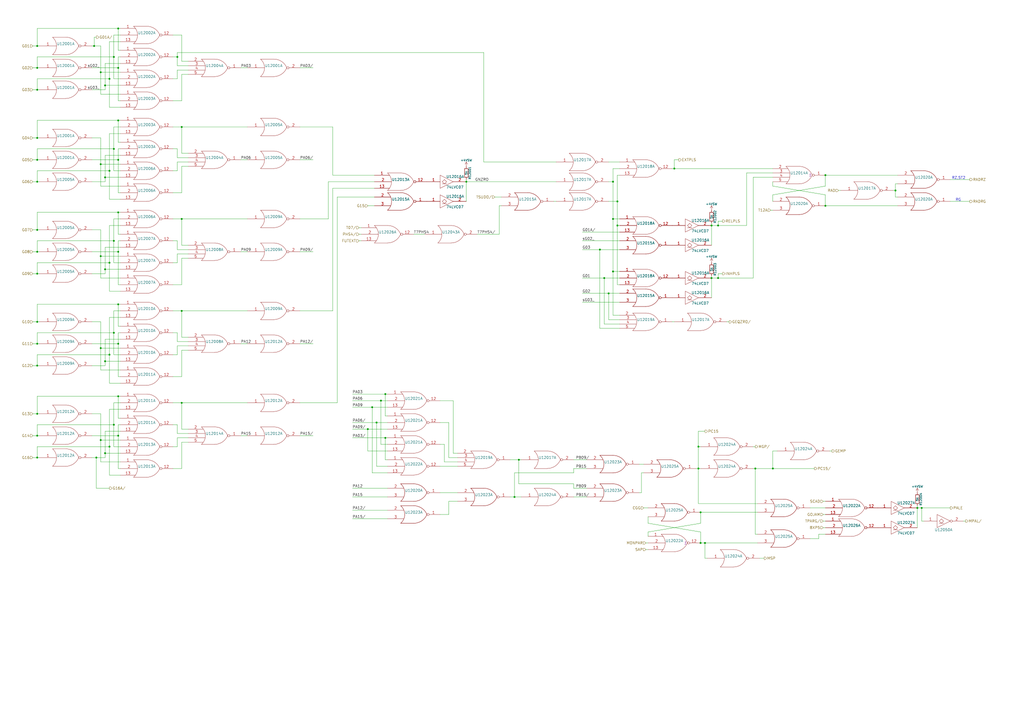
<source format=kicad_sch>
(kicad_sch (version 20211123) (generator eeschema)
  (paper "A2")
  (junction (at 223.52 254))
  (junction (at 66.04 139.7))
  (junction (at 532.13 294.64))
  (junction (at 412.75 130.81))
  (junction (at 105.41 127))
  (junction (at 355.6 127))
  (junction (at 448.31 271.78))
  (junction (at 21.59 240.03))
  (junction (at 63.5 45.72))
  (junction (at 68.58 199.39))
  (junction (at 353.06 170.18))
  (junction (at 21.59 186.69))
  (junction (at 58.42 201.93))
  (junction (at 519.43 110.49))
  (junction (at 68.58 39.37))
  (junction (at 102.87 33.02))
  (junction (at 534.67 294.64))
  (junction (at 68.58 123.19))
  (junction (at 21.59 133.35))
  (junction (at 220.98 232.41))
  (junction (at 68.58 92.71))
  (junction (at 405.13 259.08))
  (junction (at 21.59 252.73))
  (junction (at 270.51 105.41))
  (junction (at 66.04 246.38))
  (junction (at 60.96 102.87))
  (junction (at 68.58 176.53))
  (junction (at 63.5 259.08))
  (junction (at 66.04 33.02))
  (junction (at 60.96 209.55))
  (junction (at 55.88 265.43))
  (junction (at 21.59 39.37))
  (junction (at 21.59 212.09))
  (junction (at 218.44 245.11))
  (junction (at 406.4 314.96))
  (junction (at 54.61 26.67))
  (junction (at 66.04 86.36))
  (junction (at 21.59 92.71))
  (junction (at 213.36 248.92))
  (junction (at 350.52 161.29))
  (junction (at 60.96 49.53))
  (junction (at 21.59 146.05))
  (junction (at 105.41 180.34))
  (junction (at 63.5 152.4))
  (junction (at 355.6 105.41))
  (junction (at 63.5 205.74))
  (junction (at 412.75 161.29))
  (junction (at 478.79 119.38))
  (junction (at 438.15 271.78))
  (junction (at 60.96 262.89))
  (junction (at 21.59 80.01))
  (junction (at 358.14 116.84))
  (junction (at 68.58 146.05))
  (junction (at 68.58 229.87))
  (junction (at 215.9 236.22))
  (junction (at 105.41 73.66))
  (junction (at 298.45 288.29))
  (junction (at 63.5 99.06))
  (junction (at 355.6 157.48))
  (junction (at 478.79 101.6))
  (junction (at 391.16 97.79))
  (junction (at 416.56 130.81))
  (junction (at 405.13 271.78))
  (junction (at 68.58 69.85))
  (junction (at 406.4 297.18))
  (junction (at 58.42 255.27))
  (junction (at 21.59 158.75))
  (junction (at 21.59 52.07))
  (junction (at 60.96 156.21))
  (junction (at 223.52 228.6))
  (junction (at 408.94 314.96))
  (junction (at 68.58 252.73))
  (junction (at 58.42 41.91))
  (junction (at 21.59 199.39))
  (junction (at 21.59 265.43))
  (junction (at 58.42 148.59))
  (junction (at 58.42 95.25))
  (junction (at 347.98 144.78))
  (junction (at 66.04 193.04))
  (junction (at 21.59 105.41))
  (junction (at 21.59 26.67))
  (junction (at 105.41 233.68))
  (junction (at 300.99 266.7))
  (junction (at 358.14 130.81))
  (junction (at 68.58 16.51))
  (junction (at 416.56 161.29))
  (wire (pts (xy 66.04 139.7) (xy 66.04 152.4)))
  (wire (pts (xy 68.58 86.36) (xy 69.85 86.36)))
  (wire (pts (xy 19.05 212.09) (xy 21.59 212.09)))
  (wire (pts (xy 68.58 246.38) (xy 68.58 252.73)))
  (wire (pts (xy 54.61 26.67) (xy 58.42 26.67)))
  (wire (pts (xy 58.42 41.91) (xy 58.42 54.61)))
  (wire (pts (xy 433.07 130.81) (xy 433.07 100.33)))
  (wire (pts (xy 223.52 254) (xy 223.52 266.7)))
  (wire (pts (xy 100.33 218.44) (xy 105.41 218.44)))
  (wire (pts (xy 102.87 93.98) (xy 109.22 93.98)))
  (wire (pts (xy 60.96 143.51) (xy 69.85 143.51)))
  (wire (pts (xy 405.13 250.19) (xy 405.13 259.08)))
  (wire (pts (xy 55.88 265.43) (xy 53.34 265.43)))
  (wire (pts (xy 519.43 114.3) (xy 520.7 114.3)))
  (wire (pts (xy 102.87 251.46) (xy 109.22 251.46)))
  (wire (pts (xy 60.96 105.41) (xy 53.34 105.41)))
  (wire (pts (xy 68.58 92.71) (xy 68.58 111.76)))
  (wire (pts (xy 58.42 240.03) (xy 58.42 255.27)))
  (wire (pts (xy 478.79 290.83) (xy 477.52 290.83)))
  (wire (pts (xy 478.79 298.45) (xy 477.52 298.45)))
  (wire (pts (xy 280.67 93.98) (xy 322.58 93.98)))
  (wire (pts (xy 21.59 265.43) (xy 21.59 259.08)))
  (wire (pts (xy 21.59 16.51) (xy 68.58 16.51)))
  (wire (pts (xy 102.87 193.04) (xy 102.87 198.12)))
  (wire (pts (xy 68.58 69.85) (xy 69.85 69.85)))
  (wire (pts (xy 173.99 233.68) (xy 195.58 233.68)))
  (wire (pts (xy 373.38 269.24) (xy 370.84 269.24)))
  (wire (pts (xy 68.58 189.23) (xy 69.85 189.23)))
  (wire (pts (xy 54.61 26.67) (xy 54.61 21.59)))
  (wire (pts (xy 21.59 246.38) (xy 66.04 246.38)))
  (wire (pts (xy 408.94 314.96) (xy 408.94 323.85)))
  (wire (pts (xy 481.33 261.62) (xy 482.6 261.62)))
  (wire (pts (xy 60.96 102.87) (xy 60.96 105.41)))
  (wire (pts (xy 298.45 274.32) (xy 332.74 274.32)))
  (wire (pts (xy 436.88 102.87) (xy 448.31 102.87)))
  (wire (pts (xy 337.82 161.29) (xy 350.52 161.29)))
  (wire (pts (xy 66.04 20.32) (xy 66.04 33.02)))
  (wire (pts (xy 21.59 133.35) (xy 21.59 123.19)))
  (wire (pts (xy 63.5 237.49) (xy 69.85 237.49)))
  (wire (pts (xy 448.31 107.95) (xy 448.31 105.41)))
  (wire (pts (xy 68.58 165.1) (xy 69.85 165.1)))
  (wire (pts (xy 372.11 274.32) (xy 373.38 274.32)))
  (wire (pts (xy 100.33 193.04) (xy 102.87 193.04)))
  (wire (pts (xy 193.04 109.22) (xy 217.17 109.22)))
  (wire (pts (xy 69.85 201.93) (xy 58.42 201.93)))
  (wire (pts (xy 54.61 21.59) (xy 55.88 21.59)))
  (wire (pts (xy 436.88 161.29) (xy 436.88 102.87)))
  (wire (pts (xy 21.59 99.06) (xy 63.5 99.06)))
  (wire (pts (xy 389.89 186.69) (xy 391.16 186.69)))
  (wire (pts (xy 102.87 45.72) (xy 102.87 40.64)))
  (wire (pts (xy 66.04 20.32) (xy 69.85 20.32)))
  (wire (pts (xy 102.87 147.32) (xy 109.22 147.32)))
  (wire (pts (xy 213.36 248.92) (xy 224.79 248.92)))
  (wire (pts (xy 69.85 95.25) (xy 58.42 95.25)))
  (wire (pts (xy 391.16 92.71) (xy 393.7 92.71)))
  (wire (pts (xy 139.7 199.39) (xy 143.51 199.39)))
  (wire (pts (xy 66.04 86.36) (xy 66.04 99.06)))
  (wire (pts (xy 60.96 262.89) (xy 69.85 262.89)))
  (wire (pts (xy 474.98 312.42) (xy 474.98 309.88)))
  (wire (pts (xy 405.13 292.1) (xy 439.42 292.1)))
  (wire (pts (xy 66.04 233.68) (xy 69.85 233.68)))
  (wire (pts (xy 478.79 113.03) (xy 448.31 107.95)))
  (wire (pts (xy 220.98 232.41) (xy 224.79 232.41)))
  (wire (pts (xy 102.87 254) (xy 109.22 254)))
  (wire (pts (xy 66.04 180.34) (xy 69.85 180.34)))
  (wire (pts (xy 270.51 104.14) (xy 270.51 105.41)))
  (wire (pts (xy 105.41 271.78) (xy 105.41 256.54)))
  (wire (pts (xy 359.41 134.62) (xy 337.82 134.62)))
  (wire (pts (xy 105.41 256.54) (xy 109.22 256.54)))
  (wire (pts (xy 534.67 302.26) (xy 535.94 302.26)))
  (wire (pts (xy 100.33 165.1) (xy 105.41 165.1)))
  (wire (pts (xy 412.75 161.29) (xy 416.56 161.29)))
  (wire (pts (xy 53.34 92.71) (xy 68.58 92.71)))
  (wire (pts (xy 100.33 205.74) (xy 102.87 205.74)))
  (wire (pts (xy 558.8 302.26) (xy 560.07 302.26)))
  (wire (pts (xy 21.59 158.75) (xy 22.86 158.75)))
  (wire (pts (xy 60.96 49.53) (xy 60.96 52.07)))
  (wire (pts (xy 105.41 218.44) (xy 105.41 203.2)))
  (wire (pts (xy 63.5 259.08) (xy 63.5 275.59)))
  (wire (pts (xy 519.43 110.49) (xy 519.43 114.3)))
  (wire (pts (xy 223.52 241.3) (xy 224.79 241.3)))
  (wire (pts (xy 66.04 233.68) (xy 66.04 246.38)))
  (wire (pts (xy 100.33 33.02) (xy 102.87 33.02)))
  (wire (pts (xy 53.34 133.35) (xy 58.42 133.35)))
  (wire (pts (xy 21.59 139.7) (xy 66.04 139.7)))
  (wire (pts (xy 195.58 114.3) (xy 217.17 114.3)))
  (wire (pts (xy 63.5 99.06) (xy 63.5 115.57)))
  (wire (pts (xy 21.59 52.07) (xy 22.86 52.07)))
  (wire (pts (xy 375.92 314.96) (xy 374.65 314.96)))
  (wire (pts (xy 412.75 160.02) (xy 412.75 161.29)))
  (wire (pts (xy 21.59 52.07) (xy 21.59 45.72)))
  (wire (pts (xy 448.31 271.78) (xy 448.31 261.62)))
  (wire (pts (xy 105.41 73.66) (xy 143.51 73.66)))
  (wire (pts (xy 389.89 97.79) (xy 391.16 97.79)))
  (wire (pts (xy 68.58 139.7) (xy 68.58 146.05)))
  (wire (pts (xy 21.59 80.01) (xy 21.59 69.85)))
  (wire (pts (xy 173.99 127) (xy 190.5 127)))
  (wire (pts (xy 332.74 274.32) (xy 332.74 271.78)))
  (wire (pts (xy 21.59 146.05) (xy 22.86 146.05)))
  (wire (pts (xy 355.6 182.88) (xy 359.41 182.88)))
  (wire (pts (xy 355.6 97.79) (xy 355.6 105.41)))
  (wire (pts (xy 68.58 218.44) (xy 69.85 218.44)))
  (wire (pts (xy 66.04 259.08) (xy 69.85 259.08)))
  (wire (pts (xy 255.27 232.41) (xy 262.89 232.41)))
  (wire (pts (xy 53.34 240.03) (xy 58.42 240.03)))
  (wire (pts (xy 257.81 257.81) (xy 257.81 267.97)))
  (wire (pts (xy 68.58 16.51) (xy 68.58 29.21)))
  (wire (pts (xy 21.59 92.71) (xy 21.59 86.36)))
  (wire (pts (xy 139.7 252.73) (xy 143.51 252.73)))
  (wire (pts (xy 63.5 237.49) (xy 63.5 259.08)))
  (wire (pts (xy 102.87 91.44) (xy 109.22 91.44)))
  (wire (pts (xy 66.04 73.66) (xy 66.04 86.36)))
  (wire (pts (xy 21.59 186.69) (xy 22.86 186.69)))
  (wire (pts (xy 21.59 105.41) (xy 21.59 99.06)))
  (wire (pts (xy 412.75 129.54) (xy 412.75 130.81)))
  (wire (pts (xy 102.87 205.74) (xy 102.87 200.66)))
  (wire (pts (xy 19.05 252.73) (xy 21.59 252.73)))
  (wire (pts (xy 353.06 170.18) (xy 359.41 170.18)))
  (wire (pts (xy 405.13 259.08) (xy 405.13 271.78)))
  (wire (pts (xy 204.47 236.22) (xy 215.9 236.22)))
  (wire (pts (xy 19.05 186.69) (xy 21.59 186.69)))
  (wire (pts (xy 260.35 265.43) (xy 265.43 265.43)))
  (wire (pts (xy 21.59 45.72) (xy 63.5 45.72)))
  (wire (pts (xy 21.59 123.19) (xy 68.58 123.19)))
  (wire (pts (xy 60.96 90.17) (xy 69.85 90.17)))
  (wire (pts (xy 181.61 92.71) (xy 173.99 92.71)))
  (wire (pts (xy 416.56 161.29) (xy 416.56 158.75)))
  (wire (pts (xy 532.13 293.37) (xy 532.13 294.64)))
  (wire (pts (xy 551.18 116.84) (xy 562.61 116.84)))
  (wire (pts (xy 63.5 205.74) (xy 63.5 222.25)))
  (wire (pts (xy 100.33 127) (xy 105.41 127)))
  (wire (pts (xy 204.47 248.92) (xy 213.36 248.92)))
  (wire (pts (xy 358.14 116.84) (xy 353.06 116.84)))
  (wire (pts (xy 21.59 199.39) (xy 22.86 199.39)))
  (wire (pts (xy 347.98 144.78) (xy 359.41 144.78)))
  (wire (pts (xy 105.41 165.1) (xy 105.41 149.86)))
  (wire (pts (xy 63.5 184.15) (xy 69.85 184.15)))
  (wire (pts (xy 105.41 149.86) (xy 109.22 149.86)))
  (wire (pts (xy 68.58 123.19) (xy 69.85 123.19)))
  (wire (pts (xy 408.94 314.96) (xy 439.42 314.96)))
  (wire (pts (xy 350.52 161.29) (xy 359.41 161.29)))
  (wire (pts (xy 63.5 45.72) (xy 63.5 62.23)))
  (wire (pts (xy 19.05 52.07) (xy 21.59 52.07)))
  (wire (pts (xy 220.98 232.41) (xy 220.98 257.81)))
  (wire (pts (xy 295.91 288.29) (xy 298.45 288.29)))
  (wire (pts (xy 63.5 222.25) (xy 69.85 222.25)))
  (wire (pts (xy 262.89 262.89) (xy 265.43 262.89)))
  (wire (pts (xy 102.87 38.1) (xy 109.22 38.1)))
  (wire (pts (xy 416.56 158.75) (xy 419.1 158.75)))
  (wire (pts (xy 209.55 132.08) (xy 208.28 132.08)))
  (wire (pts (xy 265.43 270.51) (xy 255.27 270.51)))
  (wire (pts (xy 58.42 267.97) (xy 69.85 267.97)))
  (wire (pts (xy 204.47 232.41) (xy 220.98 232.41)))
  (wire (pts (xy 53.34 146.05) (xy 68.58 146.05)))
  (wire (pts (xy 102.87 139.7) (xy 102.87 144.78)))
  (wire (pts (xy 105.41 142.24) (xy 109.22 142.24)))
  (wire (pts (xy 337.82 170.18) (xy 353.06 170.18)))
  (wire (pts (xy 190.5 105.41) (xy 217.17 105.41)))
  (wire (pts (xy 53.34 199.39) (xy 68.58 199.39)))
  (wire (pts (xy 66.04 246.38) (xy 66.04 259.08)))
  (wire (pts (xy 478.79 119.38) (xy 478.79 113.03)))
  (wire (pts (xy 68.58 229.87) (xy 68.58 242.57)))
  (wire (pts (xy 350.52 187.96) (xy 359.41 187.96)))
  (wire (pts (xy 21.59 205.74) (xy 63.5 205.74)))
  (wire (pts (xy 102.87 200.66) (xy 109.22 200.66)))
  (wire (pts (xy 474.98 309.88) (xy 478.79 309.88)))
  (wire (pts (xy 257.81 267.97) (xy 265.43 267.97)))
  (wire (pts (xy 255.27 245.11) (xy 260.35 245.11)))
  (wire (pts (xy 105.41 248.92) (xy 109.22 248.92)))
  (wire (pts (xy 21.59 86.36) (xy 66.04 86.36)))
  (wire (pts (xy 353.06 93.98) (xy 359.41 93.98)))
  (wire (pts (xy 66.04 127) (xy 69.85 127)))
  (wire (pts (xy 448.31 113.03) (xy 448.31 116.84)))
  (wire (pts (xy 63.5 77.47) (xy 69.85 77.47)))
  (wire (pts (xy 218.44 245.11) (xy 224.79 245.11)))
  (wire (pts (xy 181.61 252.73) (xy 173.99 252.73)))
  (wire (pts (xy 21.59 240.03) (xy 21.59 229.87)))
  (wire (pts (xy 173.99 73.66) (xy 193.04 73.66)))
  (wire (pts (xy 100.33 152.4) (xy 102.87 152.4)))
  (wire (pts (xy 60.96 158.75) (xy 53.34 158.75)))
  (wire (pts (xy 63.5 152.4) (xy 63.5 168.91)))
  (wire (pts (xy 58.42 201.93) (xy 58.42 214.63)))
  (wire (pts (xy 58.42 214.63) (xy 69.85 214.63)))
  (wire (pts (xy 68.58 193.04) (xy 69.85 193.04)))
  (wire (pts (xy 193.04 180.34) (xy 193.04 109.22)))
  (wire (pts (xy 204.47 228.6) (xy 223.52 228.6)))
  (wire (pts (xy 105.41 88.9) (xy 109.22 88.9)))
  (wire (pts (xy 68.58 33.02) (xy 68.58 39.37)))
  (wire (pts (xy 173.99 180.34) (xy 193.04 180.34)))
  (wire (pts (xy 100.33 259.08) (xy 102.87 259.08)))
  (wire (pts (xy 68.58 123.19) (xy 68.58 135.89)))
  (wire (pts (xy 370.84 285.75) (xy 372.11 285.75)))
  (wire (pts (xy 60.96 212.09) (xy 53.34 212.09)))
  (wire (pts (xy 355.6 127) (xy 355.6 157.48)))
  (wire (pts (xy 190.5 127) (xy 190.5 105.41)))
  (wire (pts (xy 68.58 229.87) (xy 69.85 229.87)))
  (wire (pts (xy 438.15 271.78) (xy 448.31 271.78)))
  (wire (pts (xy 100.33 139.7) (xy 102.87 139.7)))
  (wire (pts (xy 358.14 130.81) (xy 359.41 130.81)))
  (wire (pts (xy 551.18 104.14) (xy 562.61 104.14)))
  (wire (pts (xy 355.6 105.41) (xy 355.6 127)))
  (wire (pts (xy 139.7 146.05) (xy 143.51 146.05)))
  (wire (pts (xy 102.87 86.36) (xy 102.87 91.44)))
  (wire (pts (xy 255.27 257.81) (xy 257.81 257.81)))
  (wire (pts (xy 21.59 176.53) (xy 68.58 176.53)))
  (wire (pts (xy 519.43 106.68) (xy 520.7 106.68)))
  (wire (pts (xy 102.87 144.78) (xy 109.22 144.78)))
  (wire (pts (xy 218.44 245.11) (xy 218.44 270.51)))
  (wire (pts (xy 21.59 39.37) (xy 22.86 39.37)))
  (wire (pts (xy 105.41 180.34) (xy 143.51 180.34)))
  (wire (pts (xy 358.14 165.1) (xy 359.41 165.1)))
  (wire (pts (xy 416.56 130.81) (xy 433.07 130.81)))
  (wire (pts (xy 403.86 271.78) (xy 405.13 271.78)))
  (wire (pts (xy 375.92 308.61) (xy 375.92 311.15)))
  (wire (pts (xy 391.16 97.79) (xy 448.31 97.79)))
  (wire (pts (xy 262.89 232.41) (xy 262.89 262.89)))
  (wire (pts (xy 406.4 314.96) (xy 406.4 308.61)))
  (wire (pts (xy 532.13 294.64) (xy 534.67 294.64)))
  (wire (pts (xy 68.58 146.05) (xy 68.58 165.1)))
  (wire (pts (xy 102.87 99.06) (xy 102.87 93.98)))
  (wire (pts (xy 534.67 294.64) (xy 551.18 294.64)))
  (wire (pts (xy 478.79 101.6) (xy 520.7 101.6)))
  (wire (pts (xy 448.31 121.92) (xy 447.04 121.92)))
  (wire (pts (xy 353.06 185.42) (xy 359.41 185.42)))
  (wire (pts (xy 60.96 250.19) (xy 69.85 250.19)))
  (wire (pts (xy 298.45 274.32) (xy 298.45 288.29)))
  (wire (pts (xy 105.41 127) (xy 105.41 142.24)))
  (wire (pts (xy 63.5 168.91) (xy 69.85 168.91)))
  (wire (pts (xy 60.96 102.87) (xy 69.85 102.87)))
  (wire (pts (xy 223.52 266.7) (xy 224.79 266.7)))
  (wire (pts (xy 58.42 161.29) (xy 69.85 161.29)))
  (wire (pts (xy 68.58 16.51) (xy 69.85 16.51)))
  (wire (pts (xy 289.56 119.38) (xy 289.56 135.89)))
  (wire (pts (xy 66.04 33.02) (xy 66.04 45.72)))
  (wire (pts (xy 68.58 252.73) (xy 68.58 271.78)))
  (wire (pts (xy 358.14 116.84) (xy 358.14 130.81)))
  (wire (pts (xy 21.59 92.71) (xy 22.86 92.71)))
  (wire (pts (xy 448.31 271.78) (xy 472.44 271.78)))
  (wire (pts (xy 105.41 233.68) (xy 105.41 248.92)))
  (wire (pts (xy 21.59 146.05) (xy 21.59 139.7)))
  (wire (pts (xy 372.11 285.75) (xy 372.11 274.32)))
  (wire (pts (xy 21.59 265.43) (xy 22.86 265.43)))
  (wire (pts (xy 100.33 111.76) (xy 105.41 111.76)))
  (wire (pts (xy 100.33 45.72) (xy 102.87 45.72)))
  (wire (pts (xy 63.5 130.81) (xy 63.5 152.4)))
  (wire (pts (xy 406.4 314.96) (xy 408.94 314.96)))
  (wire (pts (xy 469.9 312.42) (xy 474.98 312.42)))
  (wire (pts (xy 298.45 288.29) (xy 302.26 288.29)))
  (wire (pts (xy 60.96 196.85) (xy 60.96 209.55)))
  (wire (pts (xy 63.5 24.13) (xy 69.85 24.13)))
  (wire (pts (xy 355.6 97.79) (xy 359.41 97.79)))
  (wire (pts (xy 353.06 105.41) (xy 355.6 105.41)))
  (wire (pts (xy 60.96 156.21) (xy 69.85 156.21)))
  (wire (pts (xy 105.41 127) (xy 143.51 127)))
  (wire (pts (xy 105.41 111.76) (xy 105.41 96.52)))
  (wire (pts (xy 332.74 271.78) (xy 340.36 271.78)))
  (wire (pts (xy 21.59 240.03) (xy 22.86 240.03)))
  (wire (pts (xy 204.47 245.11) (xy 218.44 245.11)))
  (wire (pts (xy 63.5 184.15) (xy 63.5 205.74)))
  (wire (pts (xy 21.59 152.4) (xy 63.5 152.4)))
  (wire (pts (xy 21.59 252.73) (xy 22.86 252.73)))
  (wire (pts (xy 139.7 92.71) (xy 143.51 92.71)))
  (wire (pts (xy 332.74 283.21) (xy 340.36 283.21)))
  (wire (pts (xy 412.75 130.81) (xy 416.56 130.81)))
  (wire (pts (xy 21.59 186.69) (xy 21.59 176.53)))
  (wire (pts (xy 58.42 80.01) (xy 58.42 95.25)))
  (wire (pts (xy 60.96 36.83) (xy 69.85 36.83)))
  (wire (pts (xy 220.98 257.81) (xy 224.79 257.81)))
  (wire (pts (xy 60.96 143.51) (xy 60.96 156.21)))
  (wire (pts (xy 181.61 199.39) (xy 173.99 199.39)))
  (wire (pts (xy 448.31 261.62) (xy 450.85 261.62)))
  (wire (pts (xy 260.35 245.11) (xy 260.35 265.43)))
  (wire (pts (xy 223.52 228.6) (xy 223.52 241.3)))
  (wire (pts (xy 58.42 133.35) (xy 58.42 148.59)))
  (wire (pts (xy 60.96 52.07) (xy 53.34 52.07)))
  (wire (pts (xy 534.67 302.26) (xy 534.67 294.64)))
  (wire (pts (xy 66.04 127) (xy 66.04 139.7)))
  (wire (pts (xy 105.41 203.2) (xy 109.22 203.2)))
  (wire (pts (xy 213.36 248.92) (xy 213.36 261.62)))
  (wire (pts (xy 21.59 229.87) (xy 68.58 229.87)))
  (wire (pts (xy 405.13 271.78) (xy 406.4 271.78)))
  (wire (pts (xy 69.85 255.27) (xy 58.42 255.27)))
  (wire (pts (xy 438.15 259.08) (xy 436.88 259.08)))
  (wire (pts (xy 478.79 302.26) (xy 477.52 302.26)))
  (wire (pts (xy 19.05 39.37) (xy 21.59 39.37)))
  (wire (pts (xy 63.5 77.47) (xy 63.5 99.06)))
  (wire (pts (xy 66.04 193.04) (xy 66.04 205.74)))
  (wire (pts (xy 21.59 26.67) (xy 22.86 26.67)))
  (wire (pts (xy 58.42 148.59) (xy 58.42 161.29)))
  (wire (pts (xy 223.52 228.6) (xy 224.79 228.6)))
  (wire (pts (xy 60.96 262.89) (xy 60.96 265.43)))
  (wire (pts (xy 100.33 86.36) (xy 102.87 86.36)))
  (wire (pts (xy 53.34 80.01) (xy 58.42 80.01)))
  (wire (pts (xy 60.96 156.21) (xy 60.96 158.75)))
  (wire (pts (xy 193.04 73.66) (xy 193.04 101.6)))
  (wire (pts (xy 100.33 58.42) (xy 105.41 58.42)))
  (wire (pts (xy 60.96 90.17) (xy 60.96 102.87)))
  (wire (pts (xy 359.41 175.26) (xy 337.82 175.26)))
  (wire (pts (xy 68.58 199.39) (xy 68.58 218.44)))
  (wire (pts (xy 208.28 135.89) (xy 209.55 135.89)))
  (wire (pts (xy 55.88 265.43) (xy 55.88 283.21)))
  (wire (pts (xy 69.85 41.91) (xy 58.42 41.91)))
  (wire (pts (xy 68.58 176.53) (xy 69.85 176.53)))
  (wire (pts (xy 58.42 95.25) (xy 58.42 107.95)))
  (wire (pts (xy 215.9 236.22) (xy 215.9 274.32)))
  (wire (pts (xy 359.41 139.7) (xy 337.82 139.7)))
  (wire (pts (xy 102.87 152.4) (xy 102.87 147.32)))
  (wire (pts (xy 300.99 266.7) (xy 300.99 280.67)))
  (wire (pts (xy 532.13 294.64) (xy 532.13 306.07)))
  (wire (pts (xy 58.42 26.67) (xy 58.42 41.91)))
  (wire (pts (xy 63.5 62.23) (xy 69.85 62.23)))
  (wire (pts (xy 21.59 212.09) (xy 21.59 205.74)))
  (wire (pts (xy 68.58 139.7) (xy 69.85 139.7)))
  (wire (pts (xy 270.51 105.41) (xy 270.51 116.84)))
  (wire (pts (xy 408.94 250.19) (xy 405.13 250.19)))
  (wire (pts (xy 53.34 186.69) (xy 58.42 186.69)))
  (wire (pts (xy 66.04 205.74) (xy 69.85 205.74)))
  (wire (pts (xy 358.14 130.81) (xy 358.14 165.1)))
  (wire (pts (xy 60.96 250.19) (xy 60.96 262.89)))
  (wire (pts (xy 375.92 318.77) (xy 374.65 318.77)))
  (wire (pts (xy 100.33 99.06) (xy 102.87 99.06)))
  (wire (pts (xy 68.58 176.53) (xy 68.58 189.23)))
  (wire (pts (xy 223.52 254) (xy 224.79 254)))
  (wire (pts (xy 21.59 199.39) (xy 21.59 193.04)))
  (wire (pts (xy 55.88 283.21) (xy 63.5 283.21)))
  (wire (pts (xy 408.94 323.85) (xy 410.21 323.85)))
  (wire (pts (xy 63.5 24.13) (xy 63.5 45.72)))
  (wire (pts (xy 53.34 252.73) (xy 68.58 252.73)))
  (wire (pts (xy 295.91 266.7) (xy 300.99 266.7)))
  (wire (pts (xy 100.33 233.68) (xy 105.41 233.68)))
  (wire (pts (xy 19.05 158.75) (xy 21.59 158.75)))
  (wire (pts (xy 224.79 283.21) (xy 204.47 283.21)))
  (wire (pts (xy 375.92 303.53) (xy 375.92 299.72)))
  (wire (pts (xy 438.15 271.78) (xy 438.15 309.88)))
  (wire (pts (xy 193.04 101.6) (xy 217.17 101.6)))
  (wire (pts (xy 416.56 161.29) (xy 436.88 161.29)))
  (wire (pts (xy 255.27 298.45) (xy 260.35 298.45)))
  (wire (pts (xy 68.58 135.89) (xy 69.85 135.89)))
  (wire (pts (xy 487.68 110.49) (xy 486.41 110.49)))
  (wire (pts (xy 290.83 119.38) (xy 289.56 119.38)))
  (wire (pts (xy 478.79 119.38) (xy 520.7 119.38)))
  (wire (pts (xy 102.87 33.02) (xy 102.87 38.1)))
  (wire (pts (xy 58.42 255.27) (xy 58.42 267.97)))
  (wire (pts (xy 68.58 193.04) (xy 68.58 199.39)))
  (wire (pts (xy 181.61 146.05) (xy 173.99 146.05)))
  (wire (pts (xy 224.79 300.99) (xy 204.47 300.99)))
  (wire (pts (xy 105.41 58.42) (xy 105.41 43.18)))
  (wire (pts (xy 195.58 233.68) (xy 195.58 114.3)))
  (wire (pts (xy 66.04 45.72) (xy 69.85 45.72)))
  (wire (pts (xy 105.41 180.34) (xy 105.41 195.58)))
  (wire (pts (xy 209.55 139.7) (xy 208.28 139.7)))
  (wire (pts (xy 440.69 323.85) (xy 443.23 323.85)))
  (wire (pts (xy 519.43 106.68) (xy 519.43 110.49)))
  (wire (pts (xy 300.99 280.67) (xy 332.74 280.67)))
  (wire (pts (xy 406.4 297.18) (xy 439.42 297.18)))
  (wire (pts (xy 350.52 161.29) (xy 350.52 187.96)))
  (wire (pts (xy 359.41 101.6) (xy 358.14 101.6)))
  (wire (pts (xy 68.58 246.38) (xy 69.85 246.38)))
  (wire (pts (xy 100.33 246.38) (xy 102.87 246.38)))
  (wire (pts (xy 19.05 240.03) (xy 21.59 240.03)))
  (wire (pts (xy 224.79 295.91) (xy 204.47 295.91)))
  (wire (pts (xy 66.04 180.34) (xy 66.04 193.04)))
  (wire (pts (xy 240.03 135.89) (xy 246.38 135.89)))
  (wire (pts (xy 68.58 86.36) (xy 68.58 92.71)))
  (wire (pts (xy 60.96 49.53) (xy 69.85 49.53)))
  (wire (pts (xy 68.58 29.21) (xy 69.85 29.21)))
  (wire (pts (xy 21.59 39.37) (xy 21.59 33.02)))
  (wire (pts (xy 63.5 115.57) (xy 69.85 115.57)))
  (wire (pts (xy 60.96 196.85) (xy 69.85 196.85)))
  (wire (pts (xy 347.98 144.78) (xy 347.98 190.5)))
  (wire (pts (xy 105.41 96.52) (xy 109.22 96.52)))
  (wire (pts (xy 406.4 303.53) (xy 375.92 308.61)))
  (wire (pts (xy 60.96 209.55) (xy 60.96 212.09)))
  (wire (pts (xy 265.43 285.75) (xy 255.27 285.75)))
  (wire (pts (xy 58.42 54.61) (xy 69.85 54.61)))
  (wire (pts (xy 355.6 157.48) (xy 359.41 157.48)))
  (wire (pts (xy 100.33 73.66) (xy 105.41 73.66)))
  (wire (pts (xy 66.04 152.4) (xy 69.85 152.4)))
  (wire (pts (xy 53.34 26.67) (xy 54.61 26.67)))
  (wire (pts (xy 280.67 30.48) (xy 280.67 93.98)))
  (wire (pts (xy 224.79 288.29) (xy 204.47 288.29)))
  (wire (pts (xy 21.59 80.01) (xy 22.86 80.01)))
  (wire (pts (xy 260.35 298.45) (xy 260.35 290.83)))
  (wire (pts (xy 69.85 148.59) (xy 58.42 148.59)))
  (wire (pts (xy 21.59 33.02) (xy 66.04 33.02)))
  (wire (pts (xy 68.58 33.02) (xy 69.85 33.02)))
  (wire (pts (xy 68.58 271.78) (xy 69.85 271.78)))
  (wire (pts (xy 102.87 30.48) (xy 102.87 33.02)))
  (wire (pts (xy 289.56 135.89) (xy 276.86 135.89)))
  (wire (pts (xy 102.87 40.64) (xy 109.22 40.64)))
  (wire (pts (xy 139.7 39.37) (xy 143.51 39.37)))
  (wire (pts (xy 21.59 26.67) (xy 21.59 16.51)))
  (wire (pts (xy 433.07 100.33) (xy 448.31 100.33)))
  (wire (pts (xy 21.59 133.35) (xy 22.86 133.35)))
  (wire (pts (xy 270.51 105.41) (xy 322.58 105.41)))
  (wire (pts (xy 19.05 146.05) (xy 21.59 146.05)))
  (wire (pts (xy 102.87 246.38) (xy 102.87 251.46)))
  (wire (pts (xy 204.47 254) (xy 223.52 254)))
  (wire (pts (xy 422.91 186.69) (xy 421.64 186.69)))
  (wire (pts (xy 436.88 271.78) (xy 438.15 271.78)))
  (wire (pts (xy 215.9 236.22) (xy 224.79 236.22)))
  (wire (pts (xy 21.59 69.85) (xy 68.58 69.85)))
  (wire (pts (xy 105.41 73.66) (xy 105.41 88.9)))
  (wire (pts (xy 102.87 259.08) (xy 102.87 254)))
  (wire (pts (xy 21.59 105.41) (xy 22.86 105.41)))
  (wire (pts (xy 21.59 158.75) (xy 21.59 152.4)))
  (wire (pts (xy 300.99 266.7) (xy 302.26 266.7)))
  (wire (pts (xy 105.41 195.58) (xy 109.22 195.58)))
  (wire (pts (xy 68.58 39.37) (xy 68.58 58.42)))
  (wire (pts (xy 213.36 261.62) (xy 224.79 261.62)))
  (wire (pts (xy 355.6 127) (xy 359.41 127)))
  (wire (pts (xy 438.15 309.88) (xy 439.42 309.88)))
  (wire (pts (xy 68.58 82.55) (xy 69.85 82.55)))
  (wire (pts (xy 340.36 266.7) (xy 332.74 266.7)))
  (wire (pts (xy 19.05 26.67) (xy 21.59 26.67)))
  (wire (pts (xy 375.92 294.64) (xy 373.38 294.64)))
  (wire (pts (xy 66.04 99.06) (xy 69.85 99.06)))
  (wire (pts (xy 19.05 80.01) (xy 21.59 80.01)))
  (wire (pts (xy 181.61 39.37) (xy 173.99 39.37)))
  (wire (pts (xy 60.96 209.55) (xy 69.85 209.55)))
  (wire (pts (xy 321.31 116.84) (xy 322.58 116.84)))
  (wire (pts (xy 406.4 308.61) (xy 375.92 303.53)))
  (wire (pts (xy 353.06 170.18) (xy 353.06 185.42)))
  (wire (pts (xy 416.56 128.27) (xy 419.1 128.27)))
  (wire (pts (xy 19.05 92.71) (xy 21.59 92.71)))
  (wire (pts (xy 102.87 30.48) (xy 280.67 30.48)))
  (wire (pts (xy 358.14 101.6) (xy 358.14 116.84)))
  (wire (pts (xy 105.41 35.56) (xy 109.22 35.56)))
  (wire (pts (xy 68.58 111.76) (xy 69.85 111.76)))
  (wire (pts (xy 391.16 97.79) (xy 391.16 92.71)))
  (wire (pts (xy 68.58 69.85) (xy 68.58 82.55)))
  (wire (pts (xy 105.41 20.32) (xy 105.41 35.56)))
  (wire (pts (xy 412.75 130.81) (xy 412.75 142.24)))
  (wire (pts (xy 19.05 105.41) (xy 21.59 105.41)))
  (wire (pts (xy 53.34 39.37) (xy 68.58 39.37)))
  (wire (pts (xy 19.05 133.35) (xy 21.59 133.35)))
  (wire (pts (xy 478.79 101.6) (xy 478.79 107.95)))
  (wire (pts (xy 21.59 193.04) (xy 66.04 193.04)))
  (wire (pts (xy 21.59 212.09) (xy 22.86 212.09)))
  (wire (pts (xy 406.4 297.18) (xy 406.4 303.53)))
  (wire (pts (xy 218.44 270.51) (xy 224.79 270.51)))
  (wire (pts (xy 100.33 271.78) (xy 105.41 271.78)))
  (wire (pts (xy 469.9 294.64) (xy 478.79 294.64)))
  (wire (pts (xy 105.41 43.18) (xy 109.22 43.18)))
  (wire (pts (xy 63.5 130.81) (xy 69.85 130.81)))
  (wire (pts (xy 332.74 280.67) (xy 332.74 283.21)))
  (wire (pts (xy 478.79 306.07) (xy 477.52 306.07)))
  (wire (pts (xy 215.9 274.32) (xy 224.79 274.32)))
  (wire (pts (xy 19.05 199.39) (xy 21.59 199.39)))
  (wire (pts (xy 68.58 242.57) (xy 69.85 242.57)))
  (wire (pts (xy 105.41 233.68) (xy 143.51 233.68)))
  (wire (pts (xy 21.59 252.73) (xy 21.59 246.38)))
  (wire (pts (xy 287.02 114.3) (xy 290.83 114.3)))
  (wire (pts (xy 60.96 36.83) (xy 60.96 49.53)))
  (wire (pts (xy 405.13 259.08) (xy 406.4 259.08)))
  (wire (pts (xy 66.04 73.66) (xy 69.85 73.66)))
  (wire (pts (xy 518.16 110.49) (xy 519.43 110.49)))
  (wire (pts (xy 412.75 161.29) (xy 412.75 172.72)))
  (wire (pts (xy 58.42 107.95) (xy 69.85 107.95)))
  (wire (pts (xy 63.5 275.59) (xy 69.85 275.59)))
  (wire (pts (xy 100.33 20.32) (xy 105.41 20.32)))
  (wire (pts (xy 347.98 190.5) (xy 359.41 190.5)))
  (wire (pts (xy 405.13 271.78) (xy 405.13 292.1)))
  (wire (pts (xy 337.82 144.78) (xy 347.98 144.78)))
  (wire (pts (xy 332.74 288.29) (xy 340.36 288.29)))
  (wire (pts (xy 260.35 290.83) (xy 265.43 290.83)))
  (wire (pts (xy 416.56 130.81) (xy 416.56 128.27)))
  (wire (pts (xy 100.33 180.34) (xy 105.41 180.34)))
  (wire (pts (xy 68.58 58.42) (xy 69.85 58.42)))
  (wire (pts (xy 478.79 107.95) (xy 448.31 113.03)))
  (wire (pts (xy 58.42 186.69) (xy 58.42 201.93)))
  (wire (pts (xy 213.36 119.38) (xy 217.17 119.38)))
  (wire (pts (xy 355.6 157.48) (xy 355.6 182.88)))
  (wire (pts (xy 19.05 265.43) (xy 21.59 265.43)))
  (wire (pts (xy 60.96 265.43) (xy 55.88 265.43)))
  (wire (pts (xy 21.59 259.08) (xy 63.5 259.08)))
  (wire (pts (xy 102.87 198.12) (xy 109.22 198.12)))
  (text "RZ,ST2" (at 560.07 104.14 180) (effects (font (size 1.524 1.524)) (justify right bottom)))
  (text "RG" (at 557.53 116.84 180) (effects (font (size 1.524 1.524)) (justify right bottom)))
  (label "PA15" (at 204.47 288.29 0) (effects (font (size 1.524 1.524))))
  (label "sG02_" (at 57.785 39.37 180) (effects (font (size 1.524 1.524))))
  (label "PA03" (at 204.47 228.6 0) (effects (font (size 1.524 1.524))))
  (label "PA15/" (at 204.47 300.99 0) (effects (font (size 1.524 1.524))))
  (label "G02" (at 337.82 170.18 0) (effects (font (size 1.524 1.524))))
  (label "PA06/" (at 204.47 245.11 0) (effects (font (size 1.524 1.524))))
  (label "PA09" (at 139.7 146.05 0) (effects (font (size 1.524 1.524))))
  (label "T7PHS4" (at 240.03 135.89 0) (effects (font (size 1.524 1.524))))
  (label "T7PHS4/" (at 276.86 135.89 0) (effects (font (size 1.524 1.524))))
  (label "PA15" (at 139.7 252.73 0) (effects (font (size 1.524 1.524))))
  (label "PA15/" (at 181.61 252.73 180) (effects (font (size 1.524 1.524))))
  (label "PA03" (at 139.7 39.37 0) (effects (font (size 1.524 1.524))))
  (label "PA06/" (at 181.61 92.71 180) (effects (font (size 1.524 1.524))))
  (label "PA12/" (at 181.61 199.39 180) (effects (font (size 1.524 1.524))))
  (label "PA09/" (at 204.47 248.92 0) (effects (font (size 1.524 1.524))))
  (label "PA12" (at 139.7 199.39 0) (effects (font (size 1.524 1.524))))
  (label "PA06" (at 139.7 92.71 0) (effects (font (size 1.524 1.524))))
  (label "sG02_" (at 337.82 139.7 0) (effects (font (size 1.524 1.524))))
  (label "PA12" (at 204.47 283.21 0) (effects (font (size 1.524 1.524))))
  (label "PB15/" (at 334.01 288.29 0) (effects (font (size 1.524 1.524))))
  (label "PB09/" (at 334.01 266.7 0) (effects (font (size 1.524 1.524))))
  (label "sG03_" (at 57.785 52.07 180) (effects (font (size 1.524 1.524))))
  (label "PB09" (at 334.01 283.21 0) (effects (font (size 1.524 1.524))))
  (label "PB15" (at 334.01 271.78 0) (effects (font (size 1.524 1.524))))
  (label "GNZRO" (at 275.59 105.41 0) (effects (font (size 1.524 1.524))))
  (label "G03" (at 337.82 144.78 0) (effects (font (size 1.524 1.524))))
  (label "sG03_" (at 337.82 175.26 0) (effects (font (size 1.524 1.524))))
  (label "PA03/" (at 181.61 39.37 180) (effects (font (size 1.524 1.524))))
  (label "PA06" (at 204.47 232.41 0) (effects (font (size 1.524 1.524))))
  (label "PA12/" (at 204.47 295.91 0) (effects (font (size 1.524 1.524))))
  (label "PA03/" (at 204.47 254 0) (effects (font (size 1.524 1.524))))
  (label "G01" (at 337.82 161.29 0) (effects (font (size 1.524 1.524))))
  (label "PA09/" (at 181.61 146.05 180) (effects (font (size 1.524 1.524))))
  (label "PA09" (at 204.47 236.22 0) (effects (font (size 1.524 1.524))))
  (label "G01A/" (at 337.82 134.62 0) (effects (font (size 1.524 1.524))))
  (hierarchical_label "FUTEXT" (shape input) (at 208.28 139.7 180) (effects (font (size 1.524 1.524))))
  (hierarchical_label "PC15" (shape output) (at 408.94 250.19 0) (effects (font (size 1.524 1.524))))
  (hierarchical_label "TPARG/" (shape input) (at 477.52 302.26 180) (effects (font (size 1.524 1.524))))
  (hierarchical_label "G06" (shape input) (at 19.05 105.41 180) (effects (font (size 1.524 1.524))))
  (hierarchical_label "RADRG" (shape output) (at 562.61 116.84 0) (effects (font (size 1.524 1.524))))
  (hierarchical_label "G13" (shape input) (at 19.05 240.03 180) (effects (font (size 1.524 1.524))))
  (hierarchical_label "INHPLS" (shape output) (at 419.1 158.75 0) (effects (font (size 1.524 1.524))))
  (hierarchical_label "T07/" (shape input) (at 208.28 132.08 180) (effects (font (size 1.524 1.524))))
  (hierarchical_label "T12A" (shape input) (at 447.04 121.92 180) (effects (font (size 1.524 1.524))))
  (hierarchical_label "GEQZRO/" (shape output) (at 422.91 186.69 0) (effects (font (size 1.524 1.524))))
  (hierarchical_label "PALE" (shape output) (at 551.18 294.64 0) (effects (font (size 1.524 1.524))))
  (hierarchical_label "G16" (shape input) (at 19.05 265.43 180) (effects (font (size 1.524 1.524))))
  (hierarchical_label "EXTPLS" (shape output) (at 393.7 92.71 0) (effects (font (size 1.524 1.524))))
  (hierarchical_label "GOJAM" (shape input) (at 477.52 298.45 180) (effects (font (size 1.524 1.524))))
  (hierarchical_label "PHS4/" (shape input) (at 208.28 135.89 180) (effects (font (size 1.524 1.524))))
  (hierarchical_label "G01" (shape input) (at 19.05 26.67 180) (effects (font (size 1.524 1.524))))
  (hierarchical_label "G03" (shape input) (at 19.05 52.07 180) (effects (font (size 1.524 1.524))))
  (hierarchical_label "G14" (shape input) (at 19.05 252.73 180) (effects (font (size 1.524 1.524))))
  (hierarchical_label "RELPLS" (shape output) (at 419.1 128.27 0) (effects (font (size 1.524 1.524))))
  (hierarchical_label "SAP" (shape input) (at 374.65 318.77 180) (effects (font (size 1.524 1.524))))
  (hierarchical_label "MPAL/" (shape output) (at 560.07 302.26 0) (effects (font (size 1.524 1.524))))
  (hierarchical_label "CGG" (shape input) (at 373.38 294.64 180) (effects (font (size 1.524 1.524))))
  (hierarchical_label "RAD" (shape input) (at 486.41 110.49 180) (effects (font (size 1.524 1.524))))
  (hierarchical_label "SCAD" (shape input) (at 477.52 290.83 180) (effects (font (size 1.524 1.524))))
  (hierarchical_label "G01A/" (shape output) (at 55.88 21.59 0) (effects (font (size 1.524 1.524))))
  (hierarchical_label "G16A/" (shape output) (at 63.5 283.21 0) (effects (font (size 1.524 1.524))))
  (hierarchical_label "G11" (shape input) (at 19.05 199.39 180) (effects (font (size 1.524 1.524))))
  (hierarchical_label "MONPAR" (shape input) (at 374.65 314.96 180) (effects (font (size 1.524 1.524))))
  (hierarchical_label "G12" (shape input) (at 19.05 212.09 180) (effects (font (size 1.524 1.524))))
  (hierarchical_label "G04" (shape input) (at 19.05 80.01 180) (effects (font (size 1.524 1.524))))
  (hierarchical_label "8XP5" (shape input) (at 477.52 306.07 180) (effects (font (size 1.524 1.524))))
  (hierarchical_label "G05" (shape input) (at 19.05 92.71 180) (effects (font (size 1.524 1.524))))
  (hierarchical_label "PC15/" (shape output) (at 472.44 271.78 0) (effects (font (size 1.524 1.524))))
  (hierarchical_label "TSUDO/" (shape input) (at 287.02 114.3 180) (effects (font (size 1.524 1.524))))
  (hierarchical_label "G07" (shape input) (at 19.05 133.35 180) (effects (font (size 1.524 1.524))))
  (hierarchical_label "G02" (shape input) (at 19.05 39.37 180) (effects (font (size 1.524 1.524))))
  (hierarchical_label "MGP/" (shape output) (at 438.15 259.08 0) (effects (font (size 1.524 1.524))))
  (hierarchical_label "RADRZ" (shape output) (at 562.61 104.14 0) (effects (font (size 1.524 1.524))))
  (hierarchical_label "MSP" (shape output) (at 443.23 323.85 0) (effects (font (size 1.524 1.524))))
  (hierarchical_label "GEMP" (shape output) (at 482.6 261.62 0) (effects (font (size 1.524 1.524))))
  (hierarchical_label "G09" (shape input) (at 19.05 158.75 180) (effects (font (size 1.524 1.524))))
  (hierarchical_label "G10" (shape input) (at 19.05 186.69 180) (effects (font (size 1.524 1.524))))
  (hierarchical_label "G15" (shape input) (at 213.36 119.38 180) (effects (font (size 1.524 1.524))))
  (hierarchical_label "G08" (shape input) (at 19.05 146.05 180) (effects (font (size 1.524 1.524))))
  (symbol (lib_id "agc_kicad_components:74HC04") (at 38.1 26.67 0)
    (property "Reference" "U12001" (at 38.1 25.4 0) (effects (font (size 1.524 1.524))))
    (property "Value" "74HC04" (effects hide))
  )
  (symbol (lib_id "agc_kicad_components:74HC04") (at 38.1 39.37 0)
    (property "Reference" "U12001" (at 38.1 38.1 0) (effects (font (size 1.524 1.524))))
    (property "Value" "74HC04" (effects hide))
  )
  (symbol (lib_id "agc_kicad_components:74HC04") (at 38.1 52.07 0)
    (property "Reference" "U12001" (at 38.1 50.8 0) (effects (font (size 1.524 1.524))))
    (property "Value" "74HC04" (effects hide))
  )
  (symbol (lib_id "agc_kicad_components:74HC27") (at 85.09 20.32 0)
    (property "Reference" "U12002" (at 85.09 19.05 0) (effects (font (size 1.524 1.524))))
    (property "Value" "74HC27" (effects hide))
  )
  (symbol (lib_id "agc_kicad_components:74HC27") (at 85.09 33.02 0)
    (property "Reference" "U12002" (at 85.09 31.75 0) (effects (font (size 1.524 1.524))))
    (property "Value" "74HC27" (effects hide))
  )
  (symbol (lib_id "agc_kicad_components:74HC27") (at 85.09 45.72 0)
    (property "Reference" "U12002" (at 85.09 44.45 0) (effects (font (size 1.524 1.524))))
    (property "Value" "74HC27" (effects hide))
  )
  (symbol (lib_id "agc_kicad_components:74HC27") (at 85.09 58.42 0)
    (property "Reference" "U12003" (at 85.09 57.15 0) (effects (font (size 1.524 1.524))))
    (property "Value" "74HC27" (effects hide))
  )
  (symbol (lib_id "agc_kicad_components:74HC4002") (at 124.46 39.37 0)
    (property "Reference" "U12004" (at 124.46 38.1 0) (effects (font (size 1.524 1.524))))
    (property "Value" "74HC4002" (effects hide))
  )
  (symbol (lib_id "agc_kicad_components:74HC04") (at 158.75 39.37 0)
    (property "Reference" "U12001" (at 158.75 38.1 0) (effects (font (size 1.524 1.524))))
    (property "Value" "74HC04" (effects hide))
  )
  (symbol (lib_id "agc_kicad_components:74HC04") (at 38.1 80.01 0)
    (property "Reference" "U12001" (at 38.1 78.74 0) (effects (font (size 1.524 1.524))))
    (property "Value" "74HC04" (effects hide))
  )
  (symbol (lib_id "agc_kicad_components:74HC04") (at 38.1 92.71 0)
    (property "Reference" "U12001" (at 38.1 91.44 0) (effects (font (size 1.524 1.524))))
    (property "Value" "74HC04" (effects hide))
  )
  (symbol (lib_id "agc_kicad_components:74HC04") (at 38.1 105.41 0)
    (property "Reference" "U12005" (at 38.1 104.14 0) (effects (font (size 1.524 1.524))))
    (property "Value" "74HC04" (effects hide))
  )
  (symbol (lib_id "agc_kicad_components:74HC27") (at 85.09 73.66 0)
    (property "Reference" "U12003" (at 85.09 72.39 0) (effects (font (size 1.524 1.524))))
    (property "Value" "74HC27" (effects hide))
  )
  (symbol (lib_id "agc_kicad_components:74HC27") (at 85.09 86.36 0)
    (property "Reference" "U12003" (at 85.09 85.09 0) (effects (font (size 1.524 1.524))))
    (property "Value" "74HC27" (effects hide))
  )
  (symbol (lib_id "agc_kicad_components:74HC27") (at 85.09 99.06 0)
    (property "Reference" "U12006" (at 85.09 97.79 0) (effects (font (size 1.524 1.524))))
    (property "Value" "74HC27" (effects hide))
  )
  (symbol (lib_id "agc_kicad_components:74HC27") (at 85.09 111.76 0)
    (property "Reference" "U12006" (at 85.09 110.49 0) (effects (font (size 1.524 1.524))))
    (property "Value" "74HC27" (effects hide))
  )
  (symbol (lib_id "agc_kicad_components:74HC4002") (at 124.46 92.71 0)
    (property "Reference" "U12004" (at 124.46 91.44 0) (effects (font (size 1.524 1.524))))
    (property "Value" "74HC4002" (effects hide))
  )
  (symbol (lib_id "agc_kicad_components:74HC04") (at 158.75 92.71 0)
    (property "Reference" "U12005" (at 158.75 91.44 0) (effects (font (size 1.524 1.524))))
    (property "Value" "74HC04" (effects hide))
  )
  (symbol (lib_id "agc_kicad_components:74HC04") (at 158.75 73.66 0)
    (property "Reference" "U12005" (at 158.75 72.39 0) (effects (font (size 1.524 1.524))))
    (property "Value" "74HC04" (effects hide))
  )
  (symbol (lib_id "agc_kicad_components:74HC04") (at 38.1 133.35 0)
    (property "Reference" "U12005" (at 38.1 132.08 0) (effects (font (size 1.524 1.524))))
    (property "Value" "74HC04" (effects hide))
  )
  (symbol (lib_id "agc_kicad_components:74HC04") (at 38.1 146.05 0)
    (property "Reference" "U12005" (at 38.1 144.78 0) (effects (font (size 1.524 1.524))))
    (property "Value" "74HC04" (effects hide))
  )
  (symbol (lib_id "agc_kicad_components:74HC04") (at 38.1 158.75 0)
    (property "Reference" "U12005" (at 38.1 157.48 0) (effects (font (size 1.524 1.524))))
    (property "Value" "74HC04" (effects hide))
  )
  (symbol (lib_id "agc_kicad_components:74HC27") (at 85.09 127 0)
    (property "Reference" "U12006" (at 85.09 125.73 0) (effects (font (size 1.524 1.524))))
    (property "Value" "74HC27" (effects hide))
  )
  (symbol (lib_id "agc_kicad_components:74HC27") (at 85.09 139.7 0)
    (property "Reference" "U12007" (at 85.09 138.43 0) (effects (font (size 1.524 1.524))))
    (property "Value" "74HC27" (effects hide))
  )
  (symbol (lib_id "agc_kicad_components:74HC27") (at 85.09 152.4 0)
    (property "Reference" "U12007" (at 85.09 151.13 0) (effects (font (size 1.524 1.524))))
    (property "Value" "74HC27" (effects hide))
  )
  (symbol (lib_id "agc_kicad_components:74HC27") (at 85.09 165.1 0)
    (property "Reference" "U12007" (at 85.09 163.83 0) (effects (font (size 1.524 1.524))))
    (property "Value" "74HC27" (effects hide))
  )
  (symbol (lib_id "agc_kicad_components:74HC4002") (at 124.46 146.05 0)
    (property "Reference" "U12008" (at 124.46 144.78 0) (effects (font (size 1.524 1.524))))
    (property "Value" "74HC4002" (effects hide))
  )
  (symbol (lib_id "agc_kicad_components:74HC04") (at 158.75 146.05 0)
    (property "Reference" "U12009" (at 158.75 144.78 0) (effects (font (size 1.524 1.524))))
    (property "Value" "74HC04" (effects hide))
  )
  (symbol (lib_id "agc_kicad_components:74HC04") (at 158.75 127 0)
    (property "Reference" "U12009" (at 158.75 125.73 0) (effects (font (size 1.524 1.524))))
    (property "Value" "74HC04" (effects hide))
  )
  (symbol (lib_id "agc_kicad_components:74HC04") (at 38.1 186.69 0)
    (property "Reference" "U12009" (at 38.1 185.42 0) (effects (font (size 1.524 1.524))))
    (property "Value" "74HC04" (effects hide))
  )
  (symbol (lib_id "agc_kicad_components:74HC04") (at 38.1 199.39 0)
    (property "Reference" "U12009" (at 38.1 198.12 0) (effects (font (size 1.524 1.524))))
    (property "Value" "74HC04" (effects hide))
  )
  (symbol (lib_id "agc_kicad_components:74HC04") (at 38.1 212.09 0)
    (property "Reference" "U12009" (at 38.1 210.82 0) (effects (font (size 1.524 1.524))))
    (property "Value" "74HC04" (effects hide))
  )
  (symbol (lib_id "agc_kicad_components:74HC27") (at 85.09 180.34 0)
    (property "Reference" "U12010" (at 85.09 179.07 0) (effects (font (size 1.524 1.524))))
    (property "Value" "74HC27" (effects hide))
  )
  (symbol (lib_id "agc_kicad_components:74HC27") (at 85.09 193.04 0)
    (property "Reference" "U12010" (at 85.09 191.77 0) (effects (font (size 1.524 1.524))))
    (property "Value" "74HC27" (effects hide))
  )
  (symbol (lib_id "agc_kicad_components:74HC27") (at 85.09 205.74 0)
    (property "Reference" "U12010" (at 85.09 204.47 0) (effects (font (size 1.524 1.524))))
    (property "Value" "74HC27" (effects hide))
  )
  (symbol (lib_id "agc_kicad_components:74HC27") (at 85.09 218.44 0)
    (property "Reference" "U12011" (at 85.09 217.17 0) (effects (font (size 1.524 1.524))))
    (property "Value" "74HC27" (effects hide))
  )
  (symbol (lib_id "agc_kicad_components:74HC4002") (at 124.46 199.39 0)
    (property "Reference" "U12008" (at 124.46 198.12 0) (effects (font (size 1.524 1.524))))
    (property "Value" "74HC4002" (effects hide))
  )
  (symbol (lib_id "agc_kicad_components:74HC04") (at 158.75 199.39 0)
    (property "Reference" "U12012" (at 158.75 198.12 0) (effects (font (size 1.524 1.524))))
    (property "Value" "74HC04" (effects hide))
  )
  (symbol (lib_id "agc_kicad_components:74HC04") (at 158.75 180.34 0)
    (property "Reference" "U12009" (at 158.75 179.07 0) (effects (font (size 1.524 1.524))))
    (property "Value" "74HC04" (effects hide))
  )
  (symbol (lib_id "agc_kicad_components:74HC04") (at 38.1 240.03 0)
    (property "Reference" "U12012" (at 38.1 238.76 0) (effects (font (size 1.524 1.524))))
    (property "Value" "74HC04" (effects hide))
  )
  (symbol (lib_id "agc_kicad_components:74HC04") (at 38.1 252.73 0)
    (property "Reference" "U12012" (at 38.1 251.46 0) (effects (font (size 1.524 1.524))))
    (property "Value" "74HC04" (effects hide))
  )
  (symbol (lib_id "agc_kicad_components:74HC04") (at 38.1 265.43 0)
    (property "Reference" "U12012" (at 38.1 264.16 0) (effects (font (size 1.524 1.524))))
    (property "Value" "74HC04" (effects hide))
  )
  (symbol (lib_id "agc_kicad_components:74HC27") (at 85.09 233.68 0)
    (property "Reference" "U12011" (at 85.09 232.41 0) (effects (font (size 1.524 1.524))))
    (property "Value" "74HC27" (effects hide))
  )
  (symbol (lib_id "agc_kicad_components:74HC27") (at 85.09 246.38 0)
    (property "Reference" "U12011" (at 85.09 245.11 0) (effects (font (size 1.524 1.524))))
    (property "Value" "74HC27" (effects hide))
  )
  (symbol (lib_id "agc_kicad_components:74HC27") (at 85.09 259.08 0)
    (property "Reference" "U12013" (at 85.09 257.81 0) (effects (font (size 1.524 1.524))))
    (property "Value" "74HC27" (effects hide))
  )
  (symbol (lib_id "agc_kicad_components:74HC27") (at 85.09 271.78 0)
    (property "Reference" "U12013" (at 85.09 270.51 0) (effects (font (size 1.524 1.524))))
    (property "Value" "74HC27" (effects hide))
  )
  (symbol (lib_id "agc_kicad_components:74HC4002") (at 124.46 252.73 0)
    (property "Reference" "U12014" (at 124.46 251.46 0) (effects (font (size 1.524 1.524))))
    (property "Value" "74HC4002" (effects hide))
  )
  (symbol (lib_id "agc_kicad_components:74HC04") (at 158.75 252.73 0)
    (property "Reference" "U12012" (at 158.75 251.46 0) (effects (font (size 1.524 1.524))))
    (property "Value" "74HC04" (effects hide))
  )
  (symbol (lib_id "agc_kicad_components:74HC04") (at 158.75 233.68 0)
    (property "Reference" "U12012" (at 158.75 232.41 0) (effects (font (size 1.524 1.524))))
    (property "Value" "74HC04" (effects hide))
  )
  (symbol (lib_id "agc_kicad_components:74HC04") (at 337.82 105.41 0)
    (property "Reference" "U12017" (at 337.82 104.14 0) (effects (font (size 1.524 1.524))))
    (property "Value" "74HC04" (effects hide))
  )
  (symbol (lib_id "agc_kicad_components:74HC04") (at 337.82 93.98 0)
    (property "Reference" "U12017" (at 337.82 92.71 0) (effects (font (size 1.524 1.524))))
    (property "Value" "74HC04" (effects hide))
  )
  (symbol (lib_id "agc_kicad_components:74HC04") (at 337.82 116.84 0)
    (property "Reference" "U12017" (at 337.82 115.57 0) (effects (font (size 1.524 1.524))))
    (property "Value" "74HC04" (effects hide))
  )
  (symbol (lib_id "agc_kicad_components:74HC27") (at 374.65 97.79 0)
    (property "Reference" "U12018" (at 374.65 96.52 0) (effects (font (size 1.524 1.524))))
    (property "Value" "74HC27" (effects hide))
  )
  (symbol (lib_id "agc_kicad_components:74HC02") (at 306.07 116.84 0)
    (property "Reference" "U12015" (at 306.07 115.57 0) (effects (font (size 1.524 1.524))))
    (property "Value" "74HC02" (effects hide))
  )
  (symbol (lib_id "agc_kicad_components:74HC4002") (at 463.55 101.6 0)
    (property "Reference" "U12014" (at 463.55 100.33 0) (effects (font (size 1.524 1.524))))
    (property "Value" "74HC4002" (effects hide))
    (property "Initial" "1" (at 469.9 101.6 0) (effects (font (size 1.524 1.524) italic)))
  )
  (symbol (lib_id "agc_kicad_components:74HC27") (at 374.65 130.81 0)
    (property "Reference" "U12018" (at 374.65 129.54 0) (effects (font (size 1.524 1.524))))
    (property "Value" "74HC27" (effects hide))
  )
  (symbol (lib_id "agc_kicad_components:74HC02") (at 374.65 142.24 0)
    (property "Reference" "U12015" (at 374.65 140.97 0) (effects (font (size 1.524 1.524))))
    (property "Value" "74HC02" (effects hide))
  )
  (symbol (lib_id "agc_kicad_components:74LVC07") (at 401.32 130.81 0)
    (property "Reference" "U12016" (at 406.273 127.889 0) (effects (font (size 1.524 1.524))))
    (property "Value" "74LVC07" (at 406.146 133.985 0) (effects (font (size 1.524 1.524))))
  )
  (symbol (lib_id "agc_kicad_components:74LVC07") (at 401.32 142.24 0)
    (property "Reference" "U12016" (at 406.273 139.319 0) (effects (font (size 1.524 1.524))))
    (property "Value" "74LVC07" (at 406.146 145.415 0) (effects (font (size 1.524 1.524))))
  )
  (symbol (lib_id "parity_s_register-rescue:R-device") (at 412.75 125.73 0) (unit 1)
    (property "Reference" "R12002" (at 414.782 125.73 90))
    (property "Value" "5k" (at 412.75 125.73 90))
  )
  (symbol (lib_id "agc_kicad_components:74HC27") (at 232.41 105.41 0)
    (property "Reference" "U12013" (at 232.41 104.14 0) (effects (font (size 1.524 1.524))))
    (property "Value" "74HC27" (effects hide))
  )
  (symbol (lib_id "agc_kicad_components:74HC02") (at 232.41 116.84 0)
    (property "Reference" "U12015" (at 232.41 115.57 0) (effects (font (size 1.524 1.524))))
    (property "Value" "74HC02" (effects hide))
  )
  (symbol (lib_id "agc_kicad_components:74LVC07") (at 259.08 105.41 0)
    (property "Reference" "U12016" (at 264.033 102.489 0) (effects (font (size 1.524 1.524))))
    (property "Value" "74LVC07" (at 263.906 108.585 0) (effects (font (size 1.524 1.524))))
  )
  (symbol (lib_id "agc_kicad_components:74LVC07") (at 259.08 116.84 0)
    (property "Reference" "U12016" (at 264.033 113.919 0) (effects (font (size 1.524 1.524))))
    (property "Value" "74LVC07" (at 263.906 120.015 0) (effects (font (size 1.524 1.524))))
  )
  (symbol (lib_id "parity_s_register-rescue:R-device") (at 270.51 100.33 0) (unit 1)
    (property "Reference" "R12001" (at 272.542 100.33 90))
    (property "Value" "5k" (at 270.51 100.33 90))
  )
  (symbol (lib_id "agc_kicad_components:74HC27") (at 374.65 161.29 0)
    (property "Reference" "U12018" (at 374.65 160.02 0) (effects (font (size 1.524 1.524))))
    (property "Value" "74HC27" (effects hide))
  )
  (symbol (lib_id "agc_kicad_components:74HC02") (at 374.65 172.72 0)
    (property "Reference" "U12015" (at 374.65 171.45 0) (effects (font (size 1.524 1.524))))
    (property "Value" "74HC02" (effects hide))
  )
  (symbol (lib_id "agc_kicad_components:74LVC07") (at 401.32 161.29 0)
    (property "Reference" "U12016" (at 406.273 158.369 0) (effects (font (size 1.524 1.524))))
    (property "Value" "74LVC07" (at 406.146 164.465 0) (effects (font (size 1.524 1.524))))
  )
  (symbol (lib_id "agc_kicad_components:74LVC07") (at 401.32 172.72 0)
    (property "Reference" "U12016" (at 406.273 169.799 0) (effects (font (size 1.524 1.524))))
    (property "Value" "74LVC07" (at 406.146 175.895 0) (effects (font (size 1.524 1.524))))
  )
  (symbol (lib_id "parity_s_register-rescue:R-device") (at 412.75 156.21 0) (unit 1)
    (property "Reference" "R12003" (at 414.782 156.21 90))
    (property "Value" "5k" (at 412.75 156.21 90))
  )
  (symbol (lib_id "agc_kicad_components:74HC4002") (at 374.65 186.69 0)
    (property "Reference" "U12019" (at 374.65 185.42 0) (effects (font (size 1.524 1.524))))
    (property "Value" "74HC4002" (effects hide))
  )
  (symbol (lib_id "agc_kicad_components:74HC04") (at 406.4 186.69 0)
    (property "Reference" "U12017" (at 406.4 185.42 0) (effects (font (size 1.524 1.524))))
    (property "Value" "74HC04" (effects hide))
  )
  (symbol (lib_id "agc_kicad_components:74HC02") (at 463.55 119.38 0)
    (property "Reference" "U12020" (at 463.55 118.11 0) (effects (font (size 1.524 1.524))))
    (property "Value" "74HC02" (effects hide))
  )
  (symbol (lib_id "agc_kicad_components:74HC02") (at 535.94 104.14 0)
    (property "Reference" "U12020" (at 535.94 102.87 0) (effects (font (size 1.524 1.524))))
    (property "Value" "74HC02" (effects hide))
  )
  (symbol (lib_id "agc_kicad_components:74HC02") (at 535.94 116.84 0)
    (property "Reference" "U12020" (at 535.94 115.57 0) (effects (font (size 1.524 1.524))))
    (property "Value" "74HC02" (effects hide))
  )
  (symbol (lib_id "agc_kicad_components:74HC04") (at 502.92 110.49 0)
    (property "Reference" "U12017" (at 502.92 109.22 0) (effects (font (size 1.524 1.524))))
    (property "Value" "74HC04" (effects hide))
  )
  (symbol (lib_id "agc_kicad_components:74HC27") (at 240.03 232.41 0)
    (property "Reference" "U12021" (at 240.03 231.14 0) (effects (font (size 1.524 1.524))))
    (property "Value" "74HC27" (effects hide))
  )
  (symbol (lib_id "agc_kicad_components:74HC27") (at 240.03 245.11 0)
    (property "Reference" "U12021" (at 240.03 243.84 0) (effects (font (size 1.524 1.524))))
    (property "Value" "74HC27" (effects hide))
  )
  (symbol (lib_id "agc_kicad_components:74HC27") (at 240.03 257.81 0)
    (property "Reference" "U12021" (at 240.03 256.54 0) (effects (font (size 1.524 1.524))))
    (property "Value" "74HC27" (effects hide))
  )
  (symbol (lib_id "agc_kicad_components:74HC27") (at 240.03 270.51 0)
    (property "Reference" "U12022" (at 240.03 269.24 0) (effects (font (size 1.524 1.524))))
    (property "Value" "74HC27" (effects hide))
  )
  (symbol (lib_id "agc_kicad_components:74HC4002") (at 280.67 266.7 0)
    (property "Reference" "U12019" (at 280.67 265.43 0) (effects (font (size 1.524 1.524))))
    (property "Value" "74HC4002" (effects hide))
  )
  (symbol (lib_id "agc_kicad_components:74HC02") (at 240.03 285.75 0)
    (property "Reference" "U12020" (at 240.03 284.48 0) (effects (font (size 1.524 1.524))))
    (property "Value" "74HC02" (effects hide))
  )
  (symbol (lib_id "agc_kicad_components:74HC02") (at 240.03 298.45 0)
    (property "Reference" "U12023" (at 240.03 297.18 0) (effects (font (size 1.524 1.524))))
    (property "Value" "74HC02" (effects hide))
  )
  (symbol (lib_id "agc_kicad_components:74HC02") (at 280.67 288.29 0)
    (property "Reference" "U12023" (at 280.67 287.02 0) (effects (font (size 1.524 1.524))))
    (property "Value" "74HC02" (effects hide))
  )
  (symbol (lib_id "agc_kicad_components:74HC04") (at 317.5 266.7 0)
    (property "Reference" "U12017" (at 317.5 265.43 0) (effects (font (size 1.524 1.524))))
    (property "Value" "74HC04" (effects hide))
  )
  (symbol (lib_id "agc_kicad_components:74HC04") (at 317.5 288.29 0)
    (property "Reference" "U12024" (at 317.5 287.02 0) (effects (font (size 1.524 1.524))))
    (property "Value" "74HC04" (effects hide))
  )
  (symbol (lib_id "agc_kicad_components:74HC02") (at 355.6 269.24 0)
    (property "Reference" "U12023" (at 355.6 267.97 0) (effects (font (size 1.524 1.524))))
    (property "Value" "74HC02" (effects hide))
  )
  (symbol (lib_id "agc_kicad_components:74HC02") (at 355.6 285.75 0)
    (property "Reference" "U12023" (at 355.6 284.48 0) (effects (font (size 1.524 1.524))))
    (property "Value" "74HC02" (effects hide))
  )
  (symbol (lib_id "agc_kicad_components:74HC02") (at 388.62 271.78 0)
    (property "Reference" "U12025" (at 388.62 270.51 0) (effects (font (size 1.524 1.524))))
    (property "Value" "74HC02" (effects hide))
  )
  (symbol (lib_id "agc_kicad_components:74HC04") (at 421.64 271.78 0)
    (property "Reference" "U12024" (at 421.64 270.51 0) (effects (font (size 1.524 1.524))))
    (property "Value" "74HC04" (effects hide))
  )
  (symbol (lib_id "agc_kicad_components:74HC04") (at 421.64 259.08 0)
    (property "Reference" "U12024" (at 421.64 257.81 0) (effects (font (size 1.524 1.524))))
    (property "Value" "74HC04" (effects hide))
  )
  (symbol (lib_id "agc_kicad_components:74HC02") (at 391.16 297.18 0)
    (property "Reference" "U12025" (at 391.16 295.91 0) (effects (font (size 1.524 1.524))))
    (property "Value" "74HC02" (effects hide))
  )
  (symbol (lib_id "agc_kicad_components:74HC27") (at 391.16 314.96 0)
    (property "Reference" "U12022" (at 391.16 313.69 0) (effects (font (size 1.524 1.524))))
    (property "Value" "74HC27" (effects hide))
    (property "Initial" "1" (at 397.51 314.96 0) (effects (font (size 1.524 1.524) italic)))
  )
  (symbol (lib_id "agc_kicad_components:74HC02") (at 454.66 294.64 0)
    (property "Reference" "U12025" (at 454.66 293.37 0) (effects (font (size 1.524 1.524))))
    (property "Value" "74HC02" (effects hide))
  )
  (symbol (lib_id "agc_kicad_components:74HC04") (at 466.09 261.62 0)
    (property "Reference" "U12024" (at 466.09 260.35 0) (effects (font (size 1.524 1.524))))
    (property "Value" "74HC04" (effects hide))
  )
  (symbol (lib_id "agc_kicad_components:74HC04") (at 425.45 323.85 0)
    (property "Reference" "U12024" (at 425.45 322.58 0) (effects (font (size 1.524 1.524))))
    (property "Value" "74HC04" (effects hide))
  )
  (symbol (lib_id "agc_kicad_components:74HC02") (at 454.66 312.42 0)
    (property "Reference" "U12025" (at 454.66 311.15 0) (effects (font (size 1.524 1.524))))
    (property "Value" "74HC02" (effects hide))
  )
  (symbol (lib_id "agc_kicad_components:74HC27") (at 494.03 294.64 0)
    (property "Reference" "U12022" (at 494.03 293.37 0) (effects (font (size 1.524 1.524))))
    (property "Value" "74HC27" (effects hide))
  )
  (symbol (lib_id "agc_kicad_components:74HC27") (at 494.03 306.07 0)
    (property "Reference" "U12026" (at 494.03 304.8 0) (effects (font (size 1.524 1.524))))
    (property "Value" "74HC27" (effects hide))
  )
  (symbol (lib_id "agc_kicad_components:74LVC07") (at 520.7 294.64 0)
    (property "Reference" "U12027" (at 525.653 291.719 0) (effects (font (size 1.524 1.524))))
    (property "Value" "74LVC07" (at 525.526 297.815 0) (effects (font (size 1.524 1.524))))
  )
  (symbol (lib_id "agc_kicad_components:74LVC07") (at 520.7 306.07 0)
    (property "Reference" "U12027" (at 525.653 303.149 0) (effects (font (size 1.524 1.524))))
    (property "Value" "74LVC07" (at 525.526 309.245 0) (effects (font (size 1.524 1.524))))
  )
  (symbol (lib_id "parity_s_register-rescue:R-device") (at 532.13 289.56 0) (unit 1)
    (property "Reference" "R12004" (at 534.162 289.56 90))
    (property "Value" "5k" (at 532.13 289.56 90))
  )
  (symbol (lib_id "agc_kicad_components:74HC27") (at 224.79 135.89 0)
    (property "Reference" "U12026" (at 224.79 134.62 0) (effects (font (size 1.524 1.524))))
    (property "Value" "74HC27" (effects hide))
  )
  (symbol (lib_id "agc_kicad_components:74HC04") (at 261.62 135.89 0)
    (property "Reference" "U12043" (at 261.62 134.62 0) (effects (font (size 1.524 1.524))))
    (property "Value" "74HC04" (effects hide))
  )
  (symbol (lib_id "agc_kicad_components:+4VSW") (at 270.51 96.52 0) (unit 1)
    (property "Reference" "#PWR05" (effects hide))
    (property "Value" "+4VSW" (at 270.51 92.964 0))
  )
  (symbol (lib_id "agc_kicad_components:+4VSW") (at 412.75 121.92 0) (unit 1)
    (property "Reference" "#PWR06" (effects hide))
    (property "Value" "+4VSW" (at 412.75 118.364 0))
  )
  (symbol (lib_id "agc_kicad_components:+4VSW") (at 412.75 152.4 0) (unit 1)
    (property "Reference" "#PWR07" (effects hide))
    (property "Value" "+4VSW" (at 412.75 148.844 0))
  )
  (symbol (lib_id "agc_kicad_components:+4VSW") (at 532.13 285.75 0) (unit 1)
    (property "Reference" "#PWR08" (effects hide))
    (property "Value" "+4VSW" (at 532.13 282.194 0))
  )
  (symbol (lib_id "agc_kicad_components:74LVC06") (at 547.37 302.26 0) (unit 1)
    (property "Reference" "U12050" (at 547.37 307.34 0) (effects (font (size 1.524 1.524))))
    (property "Value" "74LVC06" (effects hide))
  )
)
</source>
